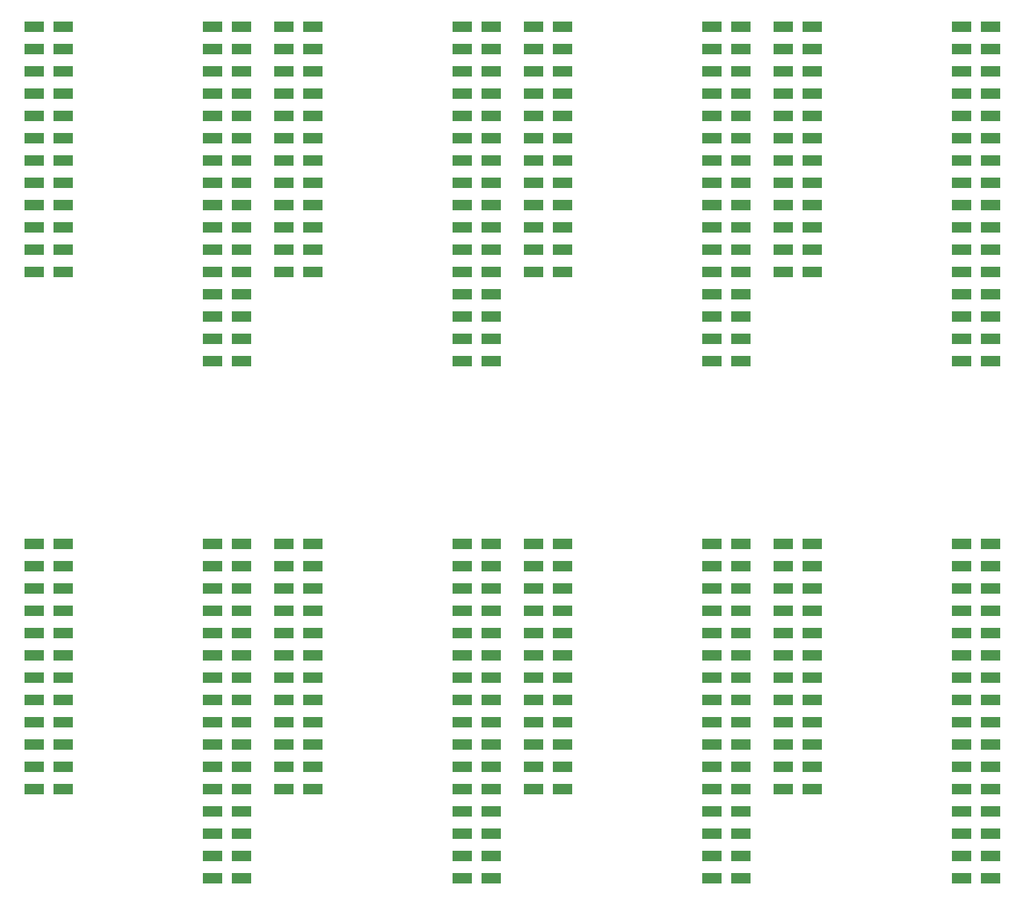
<source format=gbp>
G04 EAGLE Gerber RS-274X export*
G75*
%MOMM*%
%FSLAX34Y34*%
%LPD*%
%INSolderpaste Bottom*%
%IPPOS*%
%AMOC8*
5,1,8,0,0,1.08239X$1,22.5*%
G01*
%ADD10R,2.000000X1.000000*%
%ADD11R,2.200000X1.200000*%


D10*
X21600Y444500D03*
D11*
X54700Y419300D03*
X21700Y419100D03*
X54700Y444700D03*
X21700Y444500D03*
X54700Y393800D03*
X21700Y393600D03*
X54700Y368500D03*
X21700Y368300D03*
X54700Y343100D03*
X21700Y342900D03*
X54700Y317600D03*
X21700Y317400D03*
X54700Y266900D03*
X21700Y266700D03*
X54700Y292300D03*
X21700Y292100D03*
D10*
X21600Y419100D03*
D11*
X54700Y241500D03*
X21700Y241300D03*
X54700Y216000D03*
X21700Y215800D03*
X54700Y165300D03*
X21700Y165100D03*
X54700Y190700D03*
X21700Y190500D03*
X257900Y419300D03*
X224900Y419100D03*
X257900Y444700D03*
X224900Y444500D03*
X257900Y393800D03*
X224900Y393600D03*
X257900Y368500D03*
X224900Y368300D03*
X257900Y343100D03*
X224900Y342900D03*
X257900Y317600D03*
X224900Y317400D03*
X257900Y266900D03*
X224900Y266700D03*
X257900Y292300D03*
X224900Y292100D03*
X257900Y216100D03*
X224900Y215900D03*
X257900Y241500D03*
X224900Y241300D03*
X257900Y190600D03*
X224900Y190400D03*
X257900Y165300D03*
X224900Y165100D03*
X257900Y139900D03*
X224900Y139700D03*
X257900Y114400D03*
X224900Y114200D03*
X257900Y63700D03*
X224900Y63500D03*
X257900Y89100D03*
X224900Y88900D03*
D10*
X306080Y444500D03*
D11*
X339180Y419300D03*
X306180Y419100D03*
X339180Y444700D03*
X306180Y444500D03*
X339180Y393800D03*
X306180Y393600D03*
X339180Y368500D03*
X306180Y368300D03*
X339180Y343100D03*
X306180Y342900D03*
X339180Y317600D03*
X306180Y317400D03*
X339180Y266900D03*
X306180Y266700D03*
X339180Y292300D03*
X306180Y292100D03*
D10*
X306080Y419100D03*
D11*
X339180Y241500D03*
X306180Y241300D03*
X339180Y216000D03*
X306180Y215800D03*
X339180Y165300D03*
X306180Y165100D03*
X339180Y190700D03*
X306180Y190500D03*
X542380Y419300D03*
X509380Y419100D03*
X542380Y444700D03*
X509380Y444500D03*
X542380Y393800D03*
X509380Y393600D03*
X542380Y368500D03*
X509380Y368300D03*
X542380Y343100D03*
X509380Y342900D03*
X542380Y317600D03*
X509380Y317400D03*
X542380Y266900D03*
X509380Y266700D03*
X542380Y292300D03*
X509380Y292100D03*
X542380Y216100D03*
X509380Y215900D03*
X542380Y241500D03*
X509380Y241300D03*
X542380Y190600D03*
X509380Y190400D03*
X542380Y165300D03*
X509380Y165100D03*
X542380Y139900D03*
X509380Y139700D03*
X542380Y114400D03*
X509380Y114200D03*
X542380Y63700D03*
X509380Y63500D03*
X542380Y89100D03*
X509380Y88900D03*
D10*
X590560Y444500D03*
D11*
X623660Y419300D03*
X590660Y419100D03*
X623660Y444700D03*
X590660Y444500D03*
X623660Y393800D03*
X590660Y393600D03*
X623660Y368500D03*
X590660Y368300D03*
X623660Y343100D03*
X590660Y342900D03*
X623660Y317600D03*
X590660Y317400D03*
X623660Y266900D03*
X590660Y266700D03*
X623660Y292300D03*
X590660Y292100D03*
D10*
X590560Y419100D03*
D11*
X623660Y241500D03*
X590660Y241300D03*
X623660Y216000D03*
X590660Y215800D03*
X623660Y165300D03*
X590660Y165100D03*
X623660Y190700D03*
X590660Y190500D03*
X826860Y419300D03*
X793860Y419100D03*
X826860Y444700D03*
X793860Y444500D03*
X826860Y393800D03*
X793860Y393600D03*
X826860Y368500D03*
X793860Y368300D03*
X826860Y343100D03*
X793860Y342900D03*
X826860Y317600D03*
X793860Y317400D03*
X826860Y266900D03*
X793860Y266700D03*
X826860Y292300D03*
X793860Y292100D03*
X826860Y216100D03*
X793860Y215900D03*
X826860Y241500D03*
X793860Y241300D03*
X826860Y190600D03*
X793860Y190400D03*
X826860Y165300D03*
X793860Y165100D03*
X826860Y139900D03*
X793860Y139700D03*
X826860Y114400D03*
X793860Y114200D03*
X826860Y63700D03*
X793860Y63500D03*
X826860Y89100D03*
X793860Y88900D03*
D10*
X875040Y444500D03*
D11*
X908140Y419300D03*
X875140Y419100D03*
X908140Y444700D03*
X875140Y444500D03*
X908140Y393800D03*
X875140Y393600D03*
X908140Y368500D03*
X875140Y368300D03*
X908140Y343100D03*
X875140Y342900D03*
X908140Y317600D03*
X875140Y317400D03*
X908140Y266900D03*
X875140Y266700D03*
X908140Y292300D03*
X875140Y292100D03*
D10*
X875040Y419100D03*
D11*
X908140Y241500D03*
X875140Y241300D03*
X908140Y216000D03*
X875140Y215800D03*
X908140Y165300D03*
X875140Y165100D03*
X908140Y190700D03*
X875140Y190500D03*
X1111340Y419300D03*
X1078340Y419100D03*
X1111340Y444700D03*
X1078340Y444500D03*
X1111340Y393800D03*
X1078340Y393600D03*
X1111340Y368500D03*
X1078340Y368300D03*
X1111340Y343100D03*
X1078340Y342900D03*
X1111340Y317600D03*
X1078340Y317400D03*
X1111340Y266900D03*
X1078340Y266700D03*
X1111340Y292300D03*
X1078340Y292100D03*
X1111340Y216100D03*
X1078340Y215900D03*
X1111340Y241500D03*
X1078340Y241300D03*
X1111340Y190600D03*
X1078340Y190400D03*
X1111340Y165300D03*
X1078340Y165100D03*
X1111340Y139900D03*
X1078340Y139700D03*
X1111340Y114400D03*
X1078340Y114200D03*
X1111340Y63700D03*
X1078340Y63500D03*
X1111340Y89100D03*
X1078340Y88900D03*
D10*
X21600Y1033780D03*
D11*
X54700Y1008580D03*
X21700Y1008380D03*
X54700Y1033980D03*
X21700Y1033780D03*
X54700Y983080D03*
X21700Y982880D03*
X54700Y957780D03*
X21700Y957580D03*
X54700Y932380D03*
X21700Y932180D03*
X54700Y906880D03*
X21700Y906680D03*
X54700Y856180D03*
X21700Y855980D03*
X54700Y881580D03*
X21700Y881380D03*
D10*
X21600Y1008380D03*
D11*
X54700Y830780D03*
X21700Y830580D03*
X54700Y805280D03*
X21700Y805080D03*
X54700Y754580D03*
X21700Y754380D03*
X54700Y779980D03*
X21700Y779780D03*
X257900Y1008580D03*
X224900Y1008380D03*
X257900Y1033980D03*
X224900Y1033780D03*
X257900Y983080D03*
X224900Y982880D03*
X257900Y957780D03*
X224900Y957580D03*
X257900Y932380D03*
X224900Y932180D03*
X257900Y906880D03*
X224900Y906680D03*
X257900Y856180D03*
X224900Y855980D03*
X257900Y881580D03*
X224900Y881380D03*
X257900Y805380D03*
X224900Y805180D03*
X257900Y830780D03*
X224900Y830580D03*
X257900Y779880D03*
X224900Y779680D03*
X257900Y754580D03*
X224900Y754380D03*
X257900Y729180D03*
X224900Y728980D03*
X257900Y703680D03*
X224900Y703480D03*
X257900Y652980D03*
X224900Y652780D03*
X257900Y678380D03*
X224900Y678180D03*
D10*
X306080Y1033780D03*
D11*
X339180Y1008580D03*
X306180Y1008380D03*
X339180Y1033980D03*
X306180Y1033780D03*
X339180Y983080D03*
X306180Y982880D03*
X339180Y957780D03*
X306180Y957580D03*
X339180Y932380D03*
X306180Y932180D03*
X339180Y906880D03*
X306180Y906680D03*
X339180Y856180D03*
X306180Y855980D03*
X339180Y881580D03*
X306180Y881380D03*
D10*
X306080Y1008380D03*
D11*
X339180Y830780D03*
X306180Y830580D03*
X339180Y805280D03*
X306180Y805080D03*
X339180Y754580D03*
X306180Y754380D03*
X339180Y779980D03*
X306180Y779780D03*
X542380Y1008580D03*
X509380Y1008380D03*
X542380Y1033980D03*
X509380Y1033780D03*
X542380Y983080D03*
X509380Y982880D03*
X542380Y957780D03*
X509380Y957580D03*
X542380Y932380D03*
X509380Y932180D03*
X542380Y906880D03*
X509380Y906680D03*
X542380Y856180D03*
X509380Y855980D03*
X542380Y881580D03*
X509380Y881380D03*
X542380Y805380D03*
X509380Y805180D03*
X542380Y830780D03*
X509380Y830580D03*
X542380Y779880D03*
X509380Y779680D03*
X542380Y754580D03*
X509380Y754380D03*
X542380Y729180D03*
X509380Y728980D03*
X542380Y703680D03*
X509380Y703480D03*
X542380Y652980D03*
X509380Y652780D03*
X542380Y678380D03*
X509380Y678180D03*
D10*
X590560Y1033780D03*
D11*
X623660Y1008580D03*
X590660Y1008380D03*
X623660Y1033980D03*
X590660Y1033780D03*
X623660Y983080D03*
X590660Y982880D03*
X623660Y957780D03*
X590660Y957580D03*
X623660Y932380D03*
X590660Y932180D03*
X623660Y906880D03*
X590660Y906680D03*
X623660Y856180D03*
X590660Y855980D03*
X623660Y881580D03*
X590660Y881380D03*
D10*
X590560Y1008380D03*
D11*
X623660Y830780D03*
X590660Y830580D03*
X623660Y805280D03*
X590660Y805080D03*
X623660Y754580D03*
X590660Y754380D03*
X623660Y779980D03*
X590660Y779780D03*
X826860Y1008580D03*
X793860Y1008380D03*
X826860Y1033980D03*
X793860Y1033780D03*
X826860Y983080D03*
X793860Y982880D03*
X826860Y957780D03*
X793860Y957580D03*
X826860Y932380D03*
X793860Y932180D03*
X826860Y906880D03*
X793860Y906680D03*
X826860Y856180D03*
X793860Y855980D03*
X826860Y881580D03*
X793860Y881380D03*
X826860Y805380D03*
X793860Y805180D03*
X826860Y830780D03*
X793860Y830580D03*
X826860Y779880D03*
X793860Y779680D03*
X826860Y754580D03*
X793860Y754380D03*
X826860Y729180D03*
X793860Y728980D03*
X826860Y703680D03*
X793860Y703480D03*
X826860Y652980D03*
X793860Y652780D03*
X826860Y678380D03*
X793860Y678180D03*
D10*
X875040Y1033780D03*
D11*
X908140Y1008580D03*
X875140Y1008380D03*
X908140Y1033980D03*
X875140Y1033780D03*
X908140Y983080D03*
X875140Y982880D03*
X908140Y957780D03*
X875140Y957580D03*
X908140Y932380D03*
X875140Y932180D03*
X908140Y906880D03*
X875140Y906680D03*
X908140Y856180D03*
X875140Y855980D03*
X908140Y881580D03*
X875140Y881380D03*
D10*
X875040Y1008380D03*
D11*
X908140Y830780D03*
X875140Y830580D03*
X908140Y805280D03*
X875140Y805080D03*
X908140Y754580D03*
X875140Y754380D03*
X908140Y779980D03*
X875140Y779780D03*
X1111340Y1008580D03*
X1078340Y1008380D03*
X1111340Y1033980D03*
X1078340Y1033780D03*
X1111340Y983080D03*
X1078340Y982880D03*
X1111340Y957780D03*
X1078340Y957580D03*
X1111340Y932380D03*
X1078340Y932180D03*
X1111340Y906880D03*
X1078340Y906680D03*
X1111340Y856180D03*
X1078340Y855980D03*
X1111340Y881580D03*
X1078340Y881380D03*
X1111340Y805380D03*
X1078340Y805180D03*
X1111340Y830780D03*
X1078340Y830580D03*
X1111340Y779880D03*
X1078340Y779680D03*
X1111340Y754580D03*
X1078340Y754380D03*
X1111340Y729180D03*
X1078340Y728980D03*
X1111340Y703680D03*
X1078340Y703480D03*
X1111340Y652980D03*
X1078340Y652780D03*
X1111340Y678380D03*
X1078340Y678180D03*
M02*

</source>
